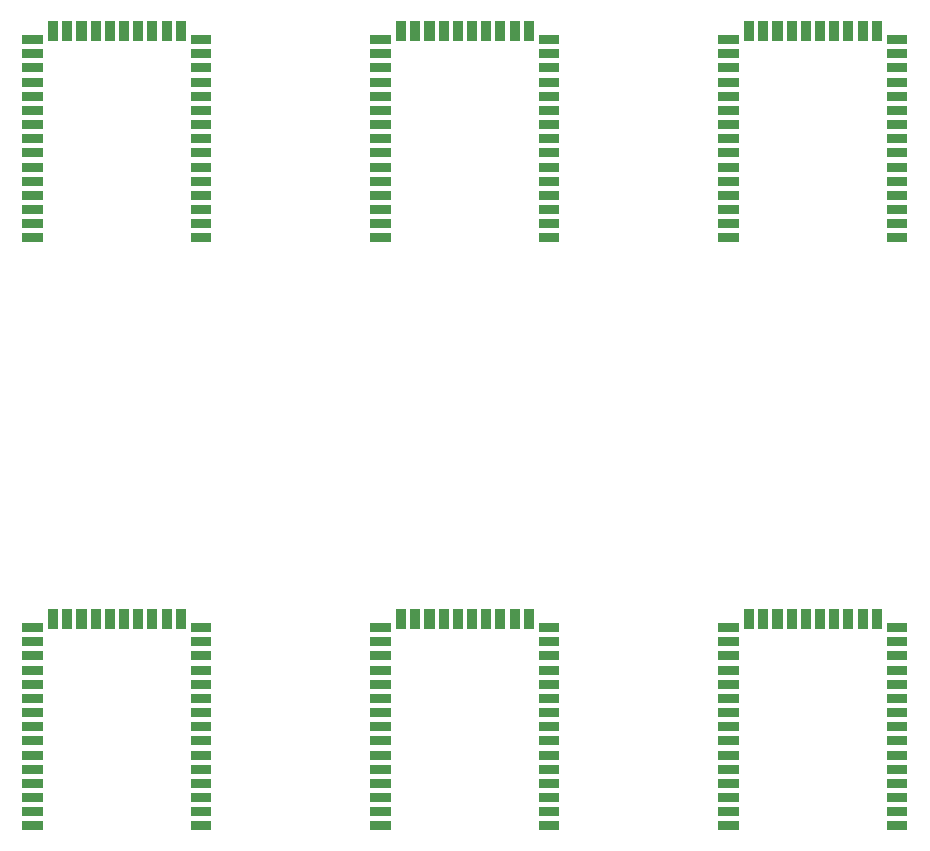
<source format=gbr>
G04 #@! TF.GenerationSoftware,KiCad,Pcbnew,5.0.0-rc2-dev-unknown-ce1bd4c~62~ubuntu16.04.1*
G04 #@! TF.CreationDate,2018-03-08T22:04:42+01:00*
G04 #@! TF.ProjectId,BM23_multi,424D32335F6D756C74692E6B69636164,rev?*
G04 #@! TF.SameCoordinates,Original*
G04 #@! TF.FileFunction,Paste,Bot*
G04 #@! TF.FilePolarity,Positive*
%FSLAX46Y46*%
G04 Gerber Fmt 4.6, Leading zero omitted, Abs format (unit mm)*
G04 Created by KiCad (PCBNEW 5.0.0-rc2-dev-unknown-ce1bd4c~62~ubuntu16.04.1) date Thu Mar  8 22:04:42 2018*
%MOMM*%
%LPD*%
G01*
G04 APERTURE LIST*
%ADD10C,0.850000*%
%ADD11C,0.050000*%
%ADD12C,0.760000*%
G04 APERTURE END LIST*
D10*
X218508000Y-154698000D03*
D11*
G36*
X218083000Y-155548000D02*
X218083000Y-153848000D01*
X218933000Y-153848000D01*
X218933000Y-155548000D01*
X218083000Y-155548000D01*
X218083000Y-155548000D01*
G37*
D10*
X219708000Y-154698000D03*
D11*
G36*
X219283000Y-155548000D02*
X219283000Y-153848000D01*
X220133000Y-153848000D01*
X220133000Y-155548000D01*
X219283000Y-155548000D01*
X219283000Y-155548000D01*
G37*
D10*
X220908000Y-154698000D03*
D11*
G36*
X220483000Y-155548000D02*
X220483000Y-153848000D01*
X221333000Y-153848000D01*
X221333000Y-155548000D01*
X220483000Y-155548000D01*
X220483000Y-155548000D01*
G37*
D10*
X222108000Y-154698000D03*
D11*
G36*
X221683000Y-155548000D02*
X221683000Y-153848000D01*
X222533000Y-153848000D01*
X222533000Y-155548000D01*
X221683000Y-155548000D01*
X221683000Y-155548000D01*
G37*
D10*
X223308000Y-154698000D03*
D11*
G36*
X222883000Y-155548000D02*
X222883000Y-153848000D01*
X223733000Y-153848000D01*
X223733000Y-155548000D01*
X222883000Y-155548000D01*
X222883000Y-155548000D01*
G37*
D10*
X224508000Y-154698000D03*
D11*
G36*
X224083000Y-155548000D02*
X224083000Y-153848000D01*
X224933000Y-153848000D01*
X224933000Y-155548000D01*
X224083000Y-155548000D01*
X224083000Y-155548000D01*
G37*
D10*
X225708000Y-154698000D03*
D11*
G36*
X225283000Y-155548000D02*
X225283000Y-153848000D01*
X226133000Y-153848000D01*
X226133000Y-155548000D01*
X225283000Y-155548000D01*
X225283000Y-155548000D01*
G37*
D10*
X226908000Y-154698000D03*
D11*
G36*
X226483000Y-155548000D02*
X226483000Y-153848000D01*
X227333000Y-153848000D01*
X227333000Y-155548000D01*
X226483000Y-155548000D01*
X226483000Y-155548000D01*
G37*
D10*
X228108000Y-154698000D03*
D11*
G36*
X227683000Y-155548000D02*
X227683000Y-153848000D01*
X228533000Y-153848000D01*
X228533000Y-155548000D01*
X227683000Y-155548000D01*
X227683000Y-155548000D01*
G37*
D12*
X231058000Y-171048000D03*
D11*
G36*
X230208000Y-170668000D02*
X231908000Y-170668000D01*
X231908000Y-171428000D01*
X230208000Y-171428000D01*
X230208000Y-170668000D01*
X230208000Y-170668000D01*
G37*
D12*
X231058000Y-169848000D03*
D11*
G36*
X230208000Y-169468000D02*
X231908000Y-169468000D01*
X231908000Y-170228000D01*
X230208000Y-170228000D01*
X230208000Y-169468000D01*
X230208000Y-169468000D01*
G37*
D12*
X231058000Y-156648000D03*
D11*
G36*
X230208000Y-156268000D02*
X231908000Y-156268000D01*
X231908000Y-157028000D01*
X230208000Y-157028000D01*
X230208000Y-156268000D01*
X230208000Y-156268000D01*
G37*
D12*
X231058000Y-155448000D03*
D11*
G36*
X230208000Y-155068000D02*
X231908000Y-155068000D01*
X231908000Y-155828000D01*
X230208000Y-155828000D01*
X230208000Y-155068000D01*
X230208000Y-155068000D01*
G37*
D12*
X231058000Y-161448000D03*
D11*
G36*
X230208000Y-161068000D02*
X231908000Y-161068000D01*
X231908000Y-161828000D01*
X230208000Y-161828000D01*
X230208000Y-161068000D01*
X230208000Y-161068000D01*
G37*
D12*
X231058000Y-159048000D03*
D11*
G36*
X230208000Y-158668000D02*
X231908000Y-158668000D01*
X231908000Y-159428000D01*
X230208000Y-159428000D01*
X230208000Y-158668000D01*
X230208000Y-158668000D01*
G37*
D12*
X231058000Y-160248000D03*
D11*
G36*
X230208000Y-159868000D02*
X231908000Y-159868000D01*
X231908000Y-160628000D01*
X230208000Y-160628000D01*
X230208000Y-159868000D01*
X230208000Y-159868000D01*
G37*
D12*
X231058000Y-157848000D03*
D11*
G36*
X230208000Y-157468000D02*
X231908000Y-157468000D01*
X231908000Y-158228000D01*
X230208000Y-158228000D01*
X230208000Y-157468000D01*
X230208000Y-157468000D01*
G37*
D12*
X231058000Y-168648000D03*
D11*
G36*
X230208000Y-168268000D02*
X231908000Y-168268000D01*
X231908000Y-169028000D01*
X230208000Y-169028000D01*
X230208000Y-168268000D01*
X230208000Y-168268000D01*
G37*
D12*
X231058000Y-166248000D03*
D11*
G36*
X230208000Y-165868000D02*
X231908000Y-165868000D01*
X231908000Y-166628000D01*
X230208000Y-166628000D01*
X230208000Y-165868000D01*
X230208000Y-165868000D01*
G37*
D12*
X231058000Y-167448000D03*
D11*
G36*
X230208000Y-167068000D02*
X231908000Y-167068000D01*
X231908000Y-167828000D01*
X230208000Y-167828000D01*
X230208000Y-167068000D01*
X230208000Y-167068000D01*
G37*
D12*
X231058000Y-163848000D03*
D11*
G36*
X230208000Y-163468000D02*
X231908000Y-163468000D01*
X231908000Y-164228000D01*
X230208000Y-164228000D01*
X230208000Y-163468000D01*
X230208000Y-163468000D01*
G37*
D12*
X231058000Y-165048000D03*
D11*
G36*
X230208000Y-164668000D02*
X231908000Y-164668000D01*
X231908000Y-165428000D01*
X230208000Y-165428000D01*
X230208000Y-164668000D01*
X230208000Y-164668000D01*
G37*
D12*
X231058000Y-162648000D03*
D11*
G36*
X230208000Y-162268000D02*
X231908000Y-162268000D01*
X231908000Y-163028000D01*
X230208000Y-163028000D01*
X230208000Y-162268000D01*
X230208000Y-162268000D01*
G37*
D12*
X216758000Y-163848000D03*
D11*
G36*
X215908000Y-163468000D02*
X217608000Y-163468000D01*
X217608000Y-164228000D01*
X215908000Y-164228000D01*
X215908000Y-163468000D01*
X215908000Y-163468000D01*
G37*
D12*
X216758000Y-172248000D03*
D11*
G36*
X215908000Y-171868000D02*
X217608000Y-171868000D01*
X217608000Y-172628000D01*
X215908000Y-172628000D01*
X215908000Y-171868000D01*
X215908000Y-171868000D01*
G37*
D12*
X216758000Y-167448000D03*
D11*
G36*
X215908000Y-167068000D02*
X217608000Y-167068000D01*
X217608000Y-167828000D01*
X215908000Y-167828000D01*
X215908000Y-167068000D01*
X215908000Y-167068000D01*
G37*
D12*
X216758000Y-161448000D03*
D11*
G36*
X215908000Y-161068000D02*
X217608000Y-161068000D01*
X217608000Y-161828000D01*
X215908000Y-161828000D01*
X215908000Y-161068000D01*
X215908000Y-161068000D01*
G37*
D12*
X216758000Y-168648000D03*
D11*
G36*
X215908000Y-168268000D02*
X217608000Y-168268000D01*
X217608000Y-169028000D01*
X215908000Y-169028000D01*
X215908000Y-168268000D01*
X215908000Y-168268000D01*
G37*
D12*
X216758000Y-162648000D03*
D11*
G36*
X215908000Y-162268000D02*
X217608000Y-162268000D01*
X217608000Y-163028000D01*
X215908000Y-163028000D01*
X215908000Y-162268000D01*
X215908000Y-162268000D01*
G37*
D12*
X216758000Y-159048000D03*
D11*
G36*
X215908000Y-158668000D02*
X217608000Y-158668000D01*
X217608000Y-159428000D01*
X215908000Y-159428000D01*
X215908000Y-158668000D01*
X215908000Y-158668000D01*
G37*
D12*
X216758000Y-169848000D03*
D11*
G36*
X215908000Y-169468000D02*
X217608000Y-169468000D01*
X217608000Y-170228000D01*
X215908000Y-170228000D01*
X215908000Y-169468000D01*
X215908000Y-169468000D01*
G37*
D12*
X216758000Y-165048000D03*
D11*
G36*
X215908000Y-164668000D02*
X217608000Y-164668000D01*
X217608000Y-165428000D01*
X215908000Y-165428000D01*
X215908000Y-164668000D01*
X215908000Y-164668000D01*
G37*
D12*
X216758000Y-160248000D03*
D11*
G36*
X215908000Y-159868000D02*
X217608000Y-159868000D01*
X217608000Y-160628000D01*
X215908000Y-160628000D01*
X215908000Y-159868000D01*
X215908000Y-159868000D01*
G37*
D12*
X216758000Y-157848000D03*
D11*
G36*
X215908000Y-157468000D02*
X217608000Y-157468000D01*
X217608000Y-158228000D01*
X215908000Y-158228000D01*
X215908000Y-157468000D01*
X215908000Y-157468000D01*
G37*
D12*
X216758000Y-171048000D03*
D11*
G36*
X215908000Y-170668000D02*
X217608000Y-170668000D01*
X217608000Y-171428000D01*
X215908000Y-171428000D01*
X215908000Y-170668000D01*
X215908000Y-170668000D01*
G37*
D12*
X216758000Y-166248000D03*
D11*
G36*
X215908000Y-165868000D02*
X217608000Y-165868000D01*
X217608000Y-166628000D01*
X215908000Y-166628000D01*
X215908000Y-165868000D01*
X215908000Y-165868000D01*
G37*
D12*
X216758000Y-155448000D03*
D11*
G36*
X215908000Y-155068000D02*
X217608000Y-155068000D01*
X217608000Y-155828000D01*
X215908000Y-155828000D01*
X215908000Y-155068000D01*
X215908000Y-155068000D01*
G37*
D12*
X216758000Y-156648000D03*
D11*
G36*
X215908000Y-156268000D02*
X217608000Y-156268000D01*
X217608000Y-157028000D01*
X215908000Y-157028000D01*
X215908000Y-156268000D01*
X215908000Y-156268000D01*
G37*
D10*
X229308000Y-154698000D03*
D11*
G36*
X228883000Y-155548000D02*
X228883000Y-153848000D01*
X229733000Y-153848000D01*
X229733000Y-155548000D01*
X228883000Y-155548000D01*
X228883000Y-155548000D01*
G37*
D12*
X231058000Y-172248000D03*
D11*
G36*
X230208000Y-171868000D02*
X231908000Y-171868000D01*
X231908000Y-172628000D01*
X230208000Y-172628000D01*
X230208000Y-171868000D01*
X230208000Y-171868000D01*
G37*
D10*
X189044000Y-154698000D03*
D11*
G36*
X188619000Y-155548000D02*
X188619000Y-153848000D01*
X189469000Y-153848000D01*
X189469000Y-155548000D01*
X188619000Y-155548000D01*
X188619000Y-155548000D01*
G37*
D10*
X190244000Y-154698000D03*
D11*
G36*
X189819000Y-155548000D02*
X189819000Y-153848000D01*
X190669000Y-153848000D01*
X190669000Y-155548000D01*
X189819000Y-155548000D01*
X189819000Y-155548000D01*
G37*
D10*
X191444000Y-154698000D03*
D11*
G36*
X191019000Y-155548000D02*
X191019000Y-153848000D01*
X191869000Y-153848000D01*
X191869000Y-155548000D01*
X191019000Y-155548000D01*
X191019000Y-155548000D01*
G37*
D10*
X192644000Y-154698000D03*
D11*
G36*
X192219000Y-155548000D02*
X192219000Y-153848000D01*
X193069000Y-153848000D01*
X193069000Y-155548000D01*
X192219000Y-155548000D01*
X192219000Y-155548000D01*
G37*
D10*
X193844000Y-154698000D03*
D11*
G36*
X193419000Y-155548000D02*
X193419000Y-153848000D01*
X194269000Y-153848000D01*
X194269000Y-155548000D01*
X193419000Y-155548000D01*
X193419000Y-155548000D01*
G37*
D10*
X195044000Y-154698000D03*
D11*
G36*
X194619000Y-155548000D02*
X194619000Y-153848000D01*
X195469000Y-153848000D01*
X195469000Y-155548000D01*
X194619000Y-155548000D01*
X194619000Y-155548000D01*
G37*
D10*
X196244000Y-154698000D03*
D11*
G36*
X195819000Y-155548000D02*
X195819000Y-153848000D01*
X196669000Y-153848000D01*
X196669000Y-155548000D01*
X195819000Y-155548000D01*
X195819000Y-155548000D01*
G37*
D10*
X197444000Y-154698000D03*
D11*
G36*
X197019000Y-155548000D02*
X197019000Y-153848000D01*
X197869000Y-153848000D01*
X197869000Y-155548000D01*
X197019000Y-155548000D01*
X197019000Y-155548000D01*
G37*
D10*
X198644000Y-154698000D03*
D11*
G36*
X198219000Y-155548000D02*
X198219000Y-153848000D01*
X199069000Y-153848000D01*
X199069000Y-155548000D01*
X198219000Y-155548000D01*
X198219000Y-155548000D01*
G37*
D12*
X201594000Y-171048000D03*
D11*
G36*
X200744000Y-170668000D02*
X202444000Y-170668000D01*
X202444000Y-171428000D01*
X200744000Y-171428000D01*
X200744000Y-170668000D01*
X200744000Y-170668000D01*
G37*
D12*
X201594000Y-169848000D03*
D11*
G36*
X200744000Y-169468000D02*
X202444000Y-169468000D01*
X202444000Y-170228000D01*
X200744000Y-170228000D01*
X200744000Y-169468000D01*
X200744000Y-169468000D01*
G37*
D12*
X201594000Y-156648000D03*
D11*
G36*
X200744000Y-156268000D02*
X202444000Y-156268000D01*
X202444000Y-157028000D01*
X200744000Y-157028000D01*
X200744000Y-156268000D01*
X200744000Y-156268000D01*
G37*
D12*
X201594000Y-155448000D03*
D11*
G36*
X200744000Y-155068000D02*
X202444000Y-155068000D01*
X202444000Y-155828000D01*
X200744000Y-155828000D01*
X200744000Y-155068000D01*
X200744000Y-155068000D01*
G37*
D12*
X201594000Y-161448000D03*
D11*
G36*
X200744000Y-161068000D02*
X202444000Y-161068000D01*
X202444000Y-161828000D01*
X200744000Y-161828000D01*
X200744000Y-161068000D01*
X200744000Y-161068000D01*
G37*
D12*
X201594000Y-159048000D03*
D11*
G36*
X200744000Y-158668000D02*
X202444000Y-158668000D01*
X202444000Y-159428000D01*
X200744000Y-159428000D01*
X200744000Y-158668000D01*
X200744000Y-158668000D01*
G37*
D12*
X201594000Y-160248000D03*
D11*
G36*
X200744000Y-159868000D02*
X202444000Y-159868000D01*
X202444000Y-160628000D01*
X200744000Y-160628000D01*
X200744000Y-159868000D01*
X200744000Y-159868000D01*
G37*
D12*
X201594000Y-157848000D03*
D11*
G36*
X200744000Y-157468000D02*
X202444000Y-157468000D01*
X202444000Y-158228000D01*
X200744000Y-158228000D01*
X200744000Y-157468000D01*
X200744000Y-157468000D01*
G37*
D12*
X201594000Y-168648000D03*
D11*
G36*
X200744000Y-168268000D02*
X202444000Y-168268000D01*
X202444000Y-169028000D01*
X200744000Y-169028000D01*
X200744000Y-168268000D01*
X200744000Y-168268000D01*
G37*
D12*
X201594000Y-166248000D03*
D11*
G36*
X200744000Y-165868000D02*
X202444000Y-165868000D01*
X202444000Y-166628000D01*
X200744000Y-166628000D01*
X200744000Y-165868000D01*
X200744000Y-165868000D01*
G37*
D12*
X201594000Y-167448000D03*
D11*
G36*
X200744000Y-167068000D02*
X202444000Y-167068000D01*
X202444000Y-167828000D01*
X200744000Y-167828000D01*
X200744000Y-167068000D01*
X200744000Y-167068000D01*
G37*
D12*
X201594000Y-163848000D03*
D11*
G36*
X200744000Y-163468000D02*
X202444000Y-163468000D01*
X202444000Y-164228000D01*
X200744000Y-164228000D01*
X200744000Y-163468000D01*
X200744000Y-163468000D01*
G37*
D12*
X201594000Y-165048000D03*
D11*
G36*
X200744000Y-164668000D02*
X202444000Y-164668000D01*
X202444000Y-165428000D01*
X200744000Y-165428000D01*
X200744000Y-164668000D01*
X200744000Y-164668000D01*
G37*
D12*
X201594000Y-162648000D03*
D11*
G36*
X200744000Y-162268000D02*
X202444000Y-162268000D01*
X202444000Y-163028000D01*
X200744000Y-163028000D01*
X200744000Y-162268000D01*
X200744000Y-162268000D01*
G37*
D12*
X187294000Y-163848000D03*
D11*
G36*
X186444000Y-163468000D02*
X188144000Y-163468000D01*
X188144000Y-164228000D01*
X186444000Y-164228000D01*
X186444000Y-163468000D01*
X186444000Y-163468000D01*
G37*
D12*
X187294000Y-172248000D03*
D11*
G36*
X186444000Y-171868000D02*
X188144000Y-171868000D01*
X188144000Y-172628000D01*
X186444000Y-172628000D01*
X186444000Y-171868000D01*
X186444000Y-171868000D01*
G37*
D12*
X187294000Y-167448000D03*
D11*
G36*
X186444000Y-167068000D02*
X188144000Y-167068000D01*
X188144000Y-167828000D01*
X186444000Y-167828000D01*
X186444000Y-167068000D01*
X186444000Y-167068000D01*
G37*
D12*
X187294000Y-161448000D03*
D11*
G36*
X186444000Y-161068000D02*
X188144000Y-161068000D01*
X188144000Y-161828000D01*
X186444000Y-161828000D01*
X186444000Y-161068000D01*
X186444000Y-161068000D01*
G37*
D12*
X187294000Y-168648000D03*
D11*
G36*
X186444000Y-168268000D02*
X188144000Y-168268000D01*
X188144000Y-169028000D01*
X186444000Y-169028000D01*
X186444000Y-168268000D01*
X186444000Y-168268000D01*
G37*
D12*
X187294000Y-162648000D03*
D11*
G36*
X186444000Y-162268000D02*
X188144000Y-162268000D01*
X188144000Y-163028000D01*
X186444000Y-163028000D01*
X186444000Y-162268000D01*
X186444000Y-162268000D01*
G37*
D12*
X187294000Y-159048000D03*
D11*
G36*
X186444000Y-158668000D02*
X188144000Y-158668000D01*
X188144000Y-159428000D01*
X186444000Y-159428000D01*
X186444000Y-158668000D01*
X186444000Y-158668000D01*
G37*
D12*
X187294000Y-169848000D03*
D11*
G36*
X186444000Y-169468000D02*
X188144000Y-169468000D01*
X188144000Y-170228000D01*
X186444000Y-170228000D01*
X186444000Y-169468000D01*
X186444000Y-169468000D01*
G37*
D12*
X187294000Y-165048000D03*
D11*
G36*
X186444000Y-164668000D02*
X188144000Y-164668000D01*
X188144000Y-165428000D01*
X186444000Y-165428000D01*
X186444000Y-164668000D01*
X186444000Y-164668000D01*
G37*
D12*
X187294000Y-160248000D03*
D11*
G36*
X186444000Y-159868000D02*
X188144000Y-159868000D01*
X188144000Y-160628000D01*
X186444000Y-160628000D01*
X186444000Y-159868000D01*
X186444000Y-159868000D01*
G37*
D12*
X187294000Y-157848000D03*
D11*
G36*
X186444000Y-157468000D02*
X188144000Y-157468000D01*
X188144000Y-158228000D01*
X186444000Y-158228000D01*
X186444000Y-157468000D01*
X186444000Y-157468000D01*
G37*
D12*
X187294000Y-171048000D03*
D11*
G36*
X186444000Y-170668000D02*
X188144000Y-170668000D01*
X188144000Y-171428000D01*
X186444000Y-171428000D01*
X186444000Y-170668000D01*
X186444000Y-170668000D01*
G37*
D12*
X187294000Y-166248000D03*
D11*
G36*
X186444000Y-165868000D02*
X188144000Y-165868000D01*
X188144000Y-166628000D01*
X186444000Y-166628000D01*
X186444000Y-165868000D01*
X186444000Y-165868000D01*
G37*
D12*
X187294000Y-155448000D03*
D11*
G36*
X186444000Y-155068000D02*
X188144000Y-155068000D01*
X188144000Y-155828000D01*
X186444000Y-155828000D01*
X186444000Y-155068000D01*
X186444000Y-155068000D01*
G37*
D12*
X187294000Y-156648000D03*
D11*
G36*
X186444000Y-156268000D02*
X188144000Y-156268000D01*
X188144000Y-157028000D01*
X186444000Y-157028000D01*
X186444000Y-156268000D01*
X186444000Y-156268000D01*
G37*
D10*
X199844000Y-154698000D03*
D11*
G36*
X199419000Y-155548000D02*
X199419000Y-153848000D01*
X200269000Y-153848000D01*
X200269000Y-155548000D01*
X199419000Y-155548000D01*
X199419000Y-155548000D01*
G37*
D12*
X201594000Y-172248000D03*
D11*
G36*
X200744000Y-171868000D02*
X202444000Y-171868000D01*
X202444000Y-172628000D01*
X200744000Y-172628000D01*
X200744000Y-171868000D01*
X200744000Y-171868000D01*
G37*
D10*
X159580000Y-154698000D03*
D11*
G36*
X159155000Y-155548000D02*
X159155000Y-153848000D01*
X160005000Y-153848000D01*
X160005000Y-155548000D01*
X159155000Y-155548000D01*
X159155000Y-155548000D01*
G37*
D10*
X160780000Y-154698000D03*
D11*
G36*
X160355000Y-155548000D02*
X160355000Y-153848000D01*
X161205000Y-153848000D01*
X161205000Y-155548000D01*
X160355000Y-155548000D01*
X160355000Y-155548000D01*
G37*
D10*
X161980000Y-154698000D03*
D11*
G36*
X161555000Y-155548000D02*
X161555000Y-153848000D01*
X162405000Y-153848000D01*
X162405000Y-155548000D01*
X161555000Y-155548000D01*
X161555000Y-155548000D01*
G37*
D10*
X163180000Y-154698000D03*
D11*
G36*
X162755000Y-155548000D02*
X162755000Y-153848000D01*
X163605000Y-153848000D01*
X163605000Y-155548000D01*
X162755000Y-155548000D01*
X162755000Y-155548000D01*
G37*
D10*
X164380000Y-154698000D03*
D11*
G36*
X163955000Y-155548000D02*
X163955000Y-153848000D01*
X164805000Y-153848000D01*
X164805000Y-155548000D01*
X163955000Y-155548000D01*
X163955000Y-155548000D01*
G37*
D10*
X165580000Y-154698000D03*
D11*
G36*
X165155000Y-155548000D02*
X165155000Y-153848000D01*
X166005000Y-153848000D01*
X166005000Y-155548000D01*
X165155000Y-155548000D01*
X165155000Y-155548000D01*
G37*
D10*
X166780000Y-154698000D03*
D11*
G36*
X166355000Y-155548000D02*
X166355000Y-153848000D01*
X167205000Y-153848000D01*
X167205000Y-155548000D01*
X166355000Y-155548000D01*
X166355000Y-155548000D01*
G37*
D10*
X167980000Y-154698000D03*
D11*
G36*
X167555000Y-155548000D02*
X167555000Y-153848000D01*
X168405000Y-153848000D01*
X168405000Y-155548000D01*
X167555000Y-155548000D01*
X167555000Y-155548000D01*
G37*
D10*
X169180000Y-154698000D03*
D11*
G36*
X168755000Y-155548000D02*
X168755000Y-153848000D01*
X169605000Y-153848000D01*
X169605000Y-155548000D01*
X168755000Y-155548000D01*
X168755000Y-155548000D01*
G37*
D12*
X172130000Y-171048000D03*
D11*
G36*
X171280000Y-170668000D02*
X172980000Y-170668000D01*
X172980000Y-171428000D01*
X171280000Y-171428000D01*
X171280000Y-170668000D01*
X171280000Y-170668000D01*
G37*
D12*
X172130000Y-169848000D03*
D11*
G36*
X171280000Y-169468000D02*
X172980000Y-169468000D01*
X172980000Y-170228000D01*
X171280000Y-170228000D01*
X171280000Y-169468000D01*
X171280000Y-169468000D01*
G37*
D12*
X172130000Y-156648000D03*
D11*
G36*
X171280000Y-156268000D02*
X172980000Y-156268000D01*
X172980000Y-157028000D01*
X171280000Y-157028000D01*
X171280000Y-156268000D01*
X171280000Y-156268000D01*
G37*
D12*
X172130000Y-155448000D03*
D11*
G36*
X171280000Y-155068000D02*
X172980000Y-155068000D01*
X172980000Y-155828000D01*
X171280000Y-155828000D01*
X171280000Y-155068000D01*
X171280000Y-155068000D01*
G37*
D12*
X172130000Y-161448000D03*
D11*
G36*
X171280000Y-161068000D02*
X172980000Y-161068000D01*
X172980000Y-161828000D01*
X171280000Y-161828000D01*
X171280000Y-161068000D01*
X171280000Y-161068000D01*
G37*
D12*
X172130000Y-159048000D03*
D11*
G36*
X171280000Y-158668000D02*
X172980000Y-158668000D01*
X172980000Y-159428000D01*
X171280000Y-159428000D01*
X171280000Y-158668000D01*
X171280000Y-158668000D01*
G37*
D12*
X172130000Y-160248000D03*
D11*
G36*
X171280000Y-159868000D02*
X172980000Y-159868000D01*
X172980000Y-160628000D01*
X171280000Y-160628000D01*
X171280000Y-159868000D01*
X171280000Y-159868000D01*
G37*
D12*
X172130000Y-157848000D03*
D11*
G36*
X171280000Y-157468000D02*
X172980000Y-157468000D01*
X172980000Y-158228000D01*
X171280000Y-158228000D01*
X171280000Y-157468000D01*
X171280000Y-157468000D01*
G37*
D12*
X172130000Y-168648000D03*
D11*
G36*
X171280000Y-168268000D02*
X172980000Y-168268000D01*
X172980000Y-169028000D01*
X171280000Y-169028000D01*
X171280000Y-168268000D01*
X171280000Y-168268000D01*
G37*
D12*
X172130000Y-166248000D03*
D11*
G36*
X171280000Y-165868000D02*
X172980000Y-165868000D01*
X172980000Y-166628000D01*
X171280000Y-166628000D01*
X171280000Y-165868000D01*
X171280000Y-165868000D01*
G37*
D12*
X172130000Y-167448000D03*
D11*
G36*
X171280000Y-167068000D02*
X172980000Y-167068000D01*
X172980000Y-167828000D01*
X171280000Y-167828000D01*
X171280000Y-167068000D01*
X171280000Y-167068000D01*
G37*
D12*
X172130000Y-163848000D03*
D11*
G36*
X171280000Y-163468000D02*
X172980000Y-163468000D01*
X172980000Y-164228000D01*
X171280000Y-164228000D01*
X171280000Y-163468000D01*
X171280000Y-163468000D01*
G37*
D12*
X172130000Y-165048000D03*
D11*
G36*
X171280000Y-164668000D02*
X172980000Y-164668000D01*
X172980000Y-165428000D01*
X171280000Y-165428000D01*
X171280000Y-164668000D01*
X171280000Y-164668000D01*
G37*
D12*
X172130000Y-162648000D03*
D11*
G36*
X171280000Y-162268000D02*
X172980000Y-162268000D01*
X172980000Y-163028000D01*
X171280000Y-163028000D01*
X171280000Y-162268000D01*
X171280000Y-162268000D01*
G37*
D12*
X157830000Y-163848000D03*
D11*
G36*
X156980000Y-163468000D02*
X158680000Y-163468000D01*
X158680000Y-164228000D01*
X156980000Y-164228000D01*
X156980000Y-163468000D01*
X156980000Y-163468000D01*
G37*
D12*
X157830000Y-172248000D03*
D11*
G36*
X156980000Y-171868000D02*
X158680000Y-171868000D01*
X158680000Y-172628000D01*
X156980000Y-172628000D01*
X156980000Y-171868000D01*
X156980000Y-171868000D01*
G37*
D12*
X157830000Y-167448000D03*
D11*
G36*
X156980000Y-167068000D02*
X158680000Y-167068000D01*
X158680000Y-167828000D01*
X156980000Y-167828000D01*
X156980000Y-167068000D01*
X156980000Y-167068000D01*
G37*
D12*
X157830000Y-161448000D03*
D11*
G36*
X156980000Y-161068000D02*
X158680000Y-161068000D01*
X158680000Y-161828000D01*
X156980000Y-161828000D01*
X156980000Y-161068000D01*
X156980000Y-161068000D01*
G37*
D12*
X157830000Y-168648000D03*
D11*
G36*
X156980000Y-168268000D02*
X158680000Y-168268000D01*
X158680000Y-169028000D01*
X156980000Y-169028000D01*
X156980000Y-168268000D01*
X156980000Y-168268000D01*
G37*
D12*
X157830000Y-162648000D03*
D11*
G36*
X156980000Y-162268000D02*
X158680000Y-162268000D01*
X158680000Y-163028000D01*
X156980000Y-163028000D01*
X156980000Y-162268000D01*
X156980000Y-162268000D01*
G37*
D12*
X157830000Y-159048000D03*
D11*
G36*
X156980000Y-158668000D02*
X158680000Y-158668000D01*
X158680000Y-159428000D01*
X156980000Y-159428000D01*
X156980000Y-158668000D01*
X156980000Y-158668000D01*
G37*
D12*
X157830000Y-169848000D03*
D11*
G36*
X156980000Y-169468000D02*
X158680000Y-169468000D01*
X158680000Y-170228000D01*
X156980000Y-170228000D01*
X156980000Y-169468000D01*
X156980000Y-169468000D01*
G37*
D12*
X157830000Y-165048000D03*
D11*
G36*
X156980000Y-164668000D02*
X158680000Y-164668000D01*
X158680000Y-165428000D01*
X156980000Y-165428000D01*
X156980000Y-164668000D01*
X156980000Y-164668000D01*
G37*
D12*
X157830000Y-160248000D03*
D11*
G36*
X156980000Y-159868000D02*
X158680000Y-159868000D01*
X158680000Y-160628000D01*
X156980000Y-160628000D01*
X156980000Y-159868000D01*
X156980000Y-159868000D01*
G37*
D12*
X157830000Y-157848000D03*
D11*
G36*
X156980000Y-157468000D02*
X158680000Y-157468000D01*
X158680000Y-158228000D01*
X156980000Y-158228000D01*
X156980000Y-157468000D01*
X156980000Y-157468000D01*
G37*
D12*
X157830000Y-171048000D03*
D11*
G36*
X156980000Y-170668000D02*
X158680000Y-170668000D01*
X158680000Y-171428000D01*
X156980000Y-171428000D01*
X156980000Y-170668000D01*
X156980000Y-170668000D01*
G37*
D12*
X157830000Y-166248000D03*
D11*
G36*
X156980000Y-165868000D02*
X158680000Y-165868000D01*
X158680000Y-166628000D01*
X156980000Y-166628000D01*
X156980000Y-165868000D01*
X156980000Y-165868000D01*
G37*
D12*
X157830000Y-155448000D03*
D11*
G36*
X156980000Y-155068000D02*
X158680000Y-155068000D01*
X158680000Y-155828000D01*
X156980000Y-155828000D01*
X156980000Y-155068000D01*
X156980000Y-155068000D01*
G37*
D12*
X157830000Y-156648000D03*
D11*
G36*
X156980000Y-156268000D02*
X158680000Y-156268000D01*
X158680000Y-157028000D01*
X156980000Y-157028000D01*
X156980000Y-156268000D01*
X156980000Y-156268000D01*
G37*
D10*
X170380000Y-154698000D03*
D11*
G36*
X169955000Y-155548000D02*
X169955000Y-153848000D01*
X170805000Y-153848000D01*
X170805000Y-155548000D01*
X169955000Y-155548000D01*
X169955000Y-155548000D01*
G37*
D12*
X172130000Y-172248000D03*
D11*
G36*
X171280000Y-171868000D02*
X172980000Y-171868000D01*
X172980000Y-172628000D01*
X171280000Y-172628000D01*
X171280000Y-171868000D01*
X171280000Y-171868000D01*
G37*
D10*
X218508000Y-104914000D03*
D11*
G36*
X218083000Y-105764000D02*
X218083000Y-104064000D01*
X218933000Y-104064000D01*
X218933000Y-105764000D01*
X218083000Y-105764000D01*
X218083000Y-105764000D01*
G37*
D10*
X219708000Y-104914000D03*
D11*
G36*
X219283000Y-105764000D02*
X219283000Y-104064000D01*
X220133000Y-104064000D01*
X220133000Y-105764000D01*
X219283000Y-105764000D01*
X219283000Y-105764000D01*
G37*
D10*
X220908000Y-104914000D03*
D11*
G36*
X220483000Y-105764000D02*
X220483000Y-104064000D01*
X221333000Y-104064000D01*
X221333000Y-105764000D01*
X220483000Y-105764000D01*
X220483000Y-105764000D01*
G37*
D10*
X222108000Y-104914000D03*
D11*
G36*
X221683000Y-105764000D02*
X221683000Y-104064000D01*
X222533000Y-104064000D01*
X222533000Y-105764000D01*
X221683000Y-105764000D01*
X221683000Y-105764000D01*
G37*
D10*
X223308000Y-104914000D03*
D11*
G36*
X222883000Y-105764000D02*
X222883000Y-104064000D01*
X223733000Y-104064000D01*
X223733000Y-105764000D01*
X222883000Y-105764000D01*
X222883000Y-105764000D01*
G37*
D10*
X224508000Y-104914000D03*
D11*
G36*
X224083000Y-105764000D02*
X224083000Y-104064000D01*
X224933000Y-104064000D01*
X224933000Y-105764000D01*
X224083000Y-105764000D01*
X224083000Y-105764000D01*
G37*
D10*
X225708000Y-104914000D03*
D11*
G36*
X225283000Y-105764000D02*
X225283000Y-104064000D01*
X226133000Y-104064000D01*
X226133000Y-105764000D01*
X225283000Y-105764000D01*
X225283000Y-105764000D01*
G37*
D10*
X226908000Y-104914000D03*
D11*
G36*
X226483000Y-105764000D02*
X226483000Y-104064000D01*
X227333000Y-104064000D01*
X227333000Y-105764000D01*
X226483000Y-105764000D01*
X226483000Y-105764000D01*
G37*
D10*
X228108000Y-104914000D03*
D11*
G36*
X227683000Y-105764000D02*
X227683000Y-104064000D01*
X228533000Y-104064000D01*
X228533000Y-105764000D01*
X227683000Y-105764000D01*
X227683000Y-105764000D01*
G37*
D12*
X231058000Y-121264000D03*
D11*
G36*
X230208000Y-120884000D02*
X231908000Y-120884000D01*
X231908000Y-121644000D01*
X230208000Y-121644000D01*
X230208000Y-120884000D01*
X230208000Y-120884000D01*
G37*
D12*
X231058000Y-120064000D03*
D11*
G36*
X230208000Y-119684000D02*
X231908000Y-119684000D01*
X231908000Y-120444000D01*
X230208000Y-120444000D01*
X230208000Y-119684000D01*
X230208000Y-119684000D01*
G37*
D12*
X231058000Y-106864000D03*
D11*
G36*
X230208000Y-106484000D02*
X231908000Y-106484000D01*
X231908000Y-107244000D01*
X230208000Y-107244000D01*
X230208000Y-106484000D01*
X230208000Y-106484000D01*
G37*
D12*
X231058000Y-105664000D03*
D11*
G36*
X230208000Y-105284000D02*
X231908000Y-105284000D01*
X231908000Y-106044000D01*
X230208000Y-106044000D01*
X230208000Y-105284000D01*
X230208000Y-105284000D01*
G37*
D12*
X231058000Y-111664000D03*
D11*
G36*
X230208000Y-111284000D02*
X231908000Y-111284000D01*
X231908000Y-112044000D01*
X230208000Y-112044000D01*
X230208000Y-111284000D01*
X230208000Y-111284000D01*
G37*
D12*
X231058000Y-109264000D03*
D11*
G36*
X230208000Y-108884000D02*
X231908000Y-108884000D01*
X231908000Y-109644000D01*
X230208000Y-109644000D01*
X230208000Y-108884000D01*
X230208000Y-108884000D01*
G37*
D12*
X231058000Y-110464000D03*
D11*
G36*
X230208000Y-110084000D02*
X231908000Y-110084000D01*
X231908000Y-110844000D01*
X230208000Y-110844000D01*
X230208000Y-110084000D01*
X230208000Y-110084000D01*
G37*
D12*
X231058000Y-108064000D03*
D11*
G36*
X230208000Y-107684000D02*
X231908000Y-107684000D01*
X231908000Y-108444000D01*
X230208000Y-108444000D01*
X230208000Y-107684000D01*
X230208000Y-107684000D01*
G37*
D12*
X231058000Y-118864000D03*
D11*
G36*
X230208000Y-118484000D02*
X231908000Y-118484000D01*
X231908000Y-119244000D01*
X230208000Y-119244000D01*
X230208000Y-118484000D01*
X230208000Y-118484000D01*
G37*
D12*
X231058000Y-116464000D03*
D11*
G36*
X230208000Y-116084000D02*
X231908000Y-116084000D01*
X231908000Y-116844000D01*
X230208000Y-116844000D01*
X230208000Y-116084000D01*
X230208000Y-116084000D01*
G37*
D12*
X231058000Y-117664000D03*
D11*
G36*
X230208000Y-117284000D02*
X231908000Y-117284000D01*
X231908000Y-118044000D01*
X230208000Y-118044000D01*
X230208000Y-117284000D01*
X230208000Y-117284000D01*
G37*
D12*
X231058000Y-114064000D03*
D11*
G36*
X230208000Y-113684000D02*
X231908000Y-113684000D01*
X231908000Y-114444000D01*
X230208000Y-114444000D01*
X230208000Y-113684000D01*
X230208000Y-113684000D01*
G37*
D12*
X231058000Y-115264000D03*
D11*
G36*
X230208000Y-114884000D02*
X231908000Y-114884000D01*
X231908000Y-115644000D01*
X230208000Y-115644000D01*
X230208000Y-114884000D01*
X230208000Y-114884000D01*
G37*
D12*
X231058000Y-112864000D03*
D11*
G36*
X230208000Y-112484000D02*
X231908000Y-112484000D01*
X231908000Y-113244000D01*
X230208000Y-113244000D01*
X230208000Y-112484000D01*
X230208000Y-112484000D01*
G37*
D12*
X216758000Y-114064000D03*
D11*
G36*
X215908000Y-113684000D02*
X217608000Y-113684000D01*
X217608000Y-114444000D01*
X215908000Y-114444000D01*
X215908000Y-113684000D01*
X215908000Y-113684000D01*
G37*
D12*
X216758000Y-122464000D03*
D11*
G36*
X215908000Y-122084000D02*
X217608000Y-122084000D01*
X217608000Y-122844000D01*
X215908000Y-122844000D01*
X215908000Y-122084000D01*
X215908000Y-122084000D01*
G37*
D12*
X216758000Y-117664000D03*
D11*
G36*
X215908000Y-117284000D02*
X217608000Y-117284000D01*
X217608000Y-118044000D01*
X215908000Y-118044000D01*
X215908000Y-117284000D01*
X215908000Y-117284000D01*
G37*
D12*
X216758000Y-111664000D03*
D11*
G36*
X215908000Y-111284000D02*
X217608000Y-111284000D01*
X217608000Y-112044000D01*
X215908000Y-112044000D01*
X215908000Y-111284000D01*
X215908000Y-111284000D01*
G37*
D12*
X216758000Y-118864000D03*
D11*
G36*
X215908000Y-118484000D02*
X217608000Y-118484000D01*
X217608000Y-119244000D01*
X215908000Y-119244000D01*
X215908000Y-118484000D01*
X215908000Y-118484000D01*
G37*
D12*
X216758000Y-112864000D03*
D11*
G36*
X215908000Y-112484000D02*
X217608000Y-112484000D01*
X217608000Y-113244000D01*
X215908000Y-113244000D01*
X215908000Y-112484000D01*
X215908000Y-112484000D01*
G37*
D12*
X216758000Y-109264000D03*
D11*
G36*
X215908000Y-108884000D02*
X217608000Y-108884000D01*
X217608000Y-109644000D01*
X215908000Y-109644000D01*
X215908000Y-108884000D01*
X215908000Y-108884000D01*
G37*
D12*
X216758000Y-120064000D03*
D11*
G36*
X215908000Y-119684000D02*
X217608000Y-119684000D01*
X217608000Y-120444000D01*
X215908000Y-120444000D01*
X215908000Y-119684000D01*
X215908000Y-119684000D01*
G37*
D12*
X216758000Y-115264000D03*
D11*
G36*
X215908000Y-114884000D02*
X217608000Y-114884000D01*
X217608000Y-115644000D01*
X215908000Y-115644000D01*
X215908000Y-114884000D01*
X215908000Y-114884000D01*
G37*
D12*
X216758000Y-110464000D03*
D11*
G36*
X215908000Y-110084000D02*
X217608000Y-110084000D01*
X217608000Y-110844000D01*
X215908000Y-110844000D01*
X215908000Y-110084000D01*
X215908000Y-110084000D01*
G37*
D12*
X216758000Y-108064000D03*
D11*
G36*
X215908000Y-107684000D02*
X217608000Y-107684000D01*
X217608000Y-108444000D01*
X215908000Y-108444000D01*
X215908000Y-107684000D01*
X215908000Y-107684000D01*
G37*
D12*
X216758000Y-121264000D03*
D11*
G36*
X215908000Y-120884000D02*
X217608000Y-120884000D01*
X217608000Y-121644000D01*
X215908000Y-121644000D01*
X215908000Y-120884000D01*
X215908000Y-120884000D01*
G37*
D12*
X216758000Y-116464000D03*
D11*
G36*
X215908000Y-116084000D02*
X217608000Y-116084000D01*
X217608000Y-116844000D01*
X215908000Y-116844000D01*
X215908000Y-116084000D01*
X215908000Y-116084000D01*
G37*
D12*
X216758000Y-105664000D03*
D11*
G36*
X215908000Y-105284000D02*
X217608000Y-105284000D01*
X217608000Y-106044000D01*
X215908000Y-106044000D01*
X215908000Y-105284000D01*
X215908000Y-105284000D01*
G37*
D12*
X216758000Y-106864000D03*
D11*
G36*
X215908000Y-106484000D02*
X217608000Y-106484000D01*
X217608000Y-107244000D01*
X215908000Y-107244000D01*
X215908000Y-106484000D01*
X215908000Y-106484000D01*
G37*
D10*
X229308000Y-104914000D03*
D11*
G36*
X228883000Y-105764000D02*
X228883000Y-104064000D01*
X229733000Y-104064000D01*
X229733000Y-105764000D01*
X228883000Y-105764000D01*
X228883000Y-105764000D01*
G37*
D12*
X231058000Y-122464000D03*
D11*
G36*
X230208000Y-122084000D02*
X231908000Y-122084000D01*
X231908000Y-122844000D01*
X230208000Y-122844000D01*
X230208000Y-122084000D01*
X230208000Y-122084000D01*
G37*
D10*
X189044000Y-104914000D03*
D11*
G36*
X188619000Y-105764000D02*
X188619000Y-104064000D01*
X189469000Y-104064000D01*
X189469000Y-105764000D01*
X188619000Y-105764000D01*
X188619000Y-105764000D01*
G37*
D10*
X190244000Y-104914000D03*
D11*
G36*
X189819000Y-105764000D02*
X189819000Y-104064000D01*
X190669000Y-104064000D01*
X190669000Y-105764000D01*
X189819000Y-105764000D01*
X189819000Y-105764000D01*
G37*
D10*
X191444000Y-104914000D03*
D11*
G36*
X191019000Y-105764000D02*
X191019000Y-104064000D01*
X191869000Y-104064000D01*
X191869000Y-105764000D01*
X191019000Y-105764000D01*
X191019000Y-105764000D01*
G37*
D10*
X192644000Y-104914000D03*
D11*
G36*
X192219000Y-105764000D02*
X192219000Y-104064000D01*
X193069000Y-104064000D01*
X193069000Y-105764000D01*
X192219000Y-105764000D01*
X192219000Y-105764000D01*
G37*
D10*
X193844000Y-104914000D03*
D11*
G36*
X193419000Y-105764000D02*
X193419000Y-104064000D01*
X194269000Y-104064000D01*
X194269000Y-105764000D01*
X193419000Y-105764000D01*
X193419000Y-105764000D01*
G37*
D10*
X195044000Y-104914000D03*
D11*
G36*
X194619000Y-105764000D02*
X194619000Y-104064000D01*
X195469000Y-104064000D01*
X195469000Y-105764000D01*
X194619000Y-105764000D01*
X194619000Y-105764000D01*
G37*
D10*
X196244000Y-104914000D03*
D11*
G36*
X195819000Y-105764000D02*
X195819000Y-104064000D01*
X196669000Y-104064000D01*
X196669000Y-105764000D01*
X195819000Y-105764000D01*
X195819000Y-105764000D01*
G37*
D10*
X197444000Y-104914000D03*
D11*
G36*
X197019000Y-105764000D02*
X197019000Y-104064000D01*
X197869000Y-104064000D01*
X197869000Y-105764000D01*
X197019000Y-105764000D01*
X197019000Y-105764000D01*
G37*
D10*
X198644000Y-104914000D03*
D11*
G36*
X198219000Y-105764000D02*
X198219000Y-104064000D01*
X199069000Y-104064000D01*
X199069000Y-105764000D01*
X198219000Y-105764000D01*
X198219000Y-105764000D01*
G37*
D12*
X201594000Y-121264000D03*
D11*
G36*
X200744000Y-120884000D02*
X202444000Y-120884000D01*
X202444000Y-121644000D01*
X200744000Y-121644000D01*
X200744000Y-120884000D01*
X200744000Y-120884000D01*
G37*
D12*
X201594000Y-120064000D03*
D11*
G36*
X200744000Y-119684000D02*
X202444000Y-119684000D01*
X202444000Y-120444000D01*
X200744000Y-120444000D01*
X200744000Y-119684000D01*
X200744000Y-119684000D01*
G37*
D12*
X201594000Y-106864000D03*
D11*
G36*
X200744000Y-106484000D02*
X202444000Y-106484000D01*
X202444000Y-107244000D01*
X200744000Y-107244000D01*
X200744000Y-106484000D01*
X200744000Y-106484000D01*
G37*
D12*
X201594000Y-105664000D03*
D11*
G36*
X200744000Y-105284000D02*
X202444000Y-105284000D01*
X202444000Y-106044000D01*
X200744000Y-106044000D01*
X200744000Y-105284000D01*
X200744000Y-105284000D01*
G37*
D12*
X201594000Y-111664000D03*
D11*
G36*
X200744000Y-111284000D02*
X202444000Y-111284000D01*
X202444000Y-112044000D01*
X200744000Y-112044000D01*
X200744000Y-111284000D01*
X200744000Y-111284000D01*
G37*
D12*
X201594000Y-109264000D03*
D11*
G36*
X200744000Y-108884000D02*
X202444000Y-108884000D01*
X202444000Y-109644000D01*
X200744000Y-109644000D01*
X200744000Y-108884000D01*
X200744000Y-108884000D01*
G37*
D12*
X201594000Y-110464000D03*
D11*
G36*
X200744000Y-110084000D02*
X202444000Y-110084000D01*
X202444000Y-110844000D01*
X200744000Y-110844000D01*
X200744000Y-110084000D01*
X200744000Y-110084000D01*
G37*
D12*
X201594000Y-108064000D03*
D11*
G36*
X200744000Y-107684000D02*
X202444000Y-107684000D01*
X202444000Y-108444000D01*
X200744000Y-108444000D01*
X200744000Y-107684000D01*
X200744000Y-107684000D01*
G37*
D12*
X201594000Y-118864000D03*
D11*
G36*
X200744000Y-118484000D02*
X202444000Y-118484000D01*
X202444000Y-119244000D01*
X200744000Y-119244000D01*
X200744000Y-118484000D01*
X200744000Y-118484000D01*
G37*
D12*
X201594000Y-116464000D03*
D11*
G36*
X200744000Y-116084000D02*
X202444000Y-116084000D01*
X202444000Y-116844000D01*
X200744000Y-116844000D01*
X200744000Y-116084000D01*
X200744000Y-116084000D01*
G37*
D12*
X201594000Y-117664000D03*
D11*
G36*
X200744000Y-117284000D02*
X202444000Y-117284000D01*
X202444000Y-118044000D01*
X200744000Y-118044000D01*
X200744000Y-117284000D01*
X200744000Y-117284000D01*
G37*
D12*
X201594000Y-114064000D03*
D11*
G36*
X200744000Y-113684000D02*
X202444000Y-113684000D01*
X202444000Y-114444000D01*
X200744000Y-114444000D01*
X200744000Y-113684000D01*
X200744000Y-113684000D01*
G37*
D12*
X201594000Y-115264000D03*
D11*
G36*
X200744000Y-114884000D02*
X202444000Y-114884000D01*
X202444000Y-115644000D01*
X200744000Y-115644000D01*
X200744000Y-114884000D01*
X200744000Y-114884000D01*
G37*
D12*
X201594000Y-112864000D03*
D11*
G36*
X200744000Y-112484000D02*
X202444000Y-112484000D01*
X202444000Y-113244000D01*
X200744000Y-113244000D01*
X200744000Y-112484000D01*
X200744000Y-112484000D01*
G37*
D12*
X187294000Y-114064000D03*
D11*
G36*
X186444000Y-113684000D02*
X188144000Y-113684000D01*
X188144000Y-114444000D01*
X186444000Y-114444000D01*
X186444000Y-113684000D01*
X186444000Y-113684000D01*
G37*
D12*
X187294000Y-122464000D03*
D11*
G36*
X186444000Y-122084000D02*
X188144000Y-122084000D01*
X188144000Y-122844000D01*
X186444000Y-122844000D01*
X186444000Y-122084000D01*
X186444000Y-122084000D01*
G37*
D12*
X187294000Y-117664000D03*
D11*
G36*
X186444000Y-117284000D02*
X188144000Y-117284000D01*
X188144000Y-118044000D01*
X186444000Y-118044000D01*
X186444000Y-117284000D01*
X186444000Y-117284000D01*
G37*
D12*
X187294000Y-111664000D03*
D11*
G36*
X186444000Y-111284000D02*
X188144000Y-111284000D01*
X188144000Y-112044000D01*
X186444000Y-112044000D01*
X186444000Y-111284000D01*
X186444000Y-111284000D01*
G37*
D12*
X187294000Y-118864000D03*
D11*
G36*
X186444000Y-118484000D02*
X188144000Y-118484000D01*
X188144000Y-119244000D01*
X186444000Y-119244000D01*
X186444000Y-118484000D01*
X186444000Y-118484000D01*
G37*
D12*
X187294000Y-112864000D03*
D11*
G36*
X186444000Y-112484000D02*
X188144000Y-112484000D01*
X188144000Y-113244000D01*
X186444000Y-113244000D01*
X186444000Y-112484000D01*
X186444000Y-112484000D01*
G37*
D12*
X187294000Y-109264000D03*
D11*
G36*
X186444000Y-108884000D02*
X188144000Y-108884000D01*
X188144000Y-109644000D01*
X186444000Y-109644000D01*
X186444000Y-108884000D01*
X186444000Y-108884000D01*
G37*
D12*
X187294000Y-120064000D03*
D11*
G36*
X186444000Y-119684000D02*
X188144000Y-119684000D01*
X188144000Y-120444000D01*
X186444000Y-120444000D01*
X186444000Y-119684000D01*
X186444000Y-119684000D01*
G37*
D12*
X187294000Y-115264000D03*
D11*
G36*
X186444000Y-114884000D02*
X188144000Y-114884000D01*
X188144000Y-115644000D01*
X186444000Y-115644000D01*
X186444000Y-114884000D01*
X186444000Y-114884000D01*
G37*
D12*
X187294000Y-110464000D03*
D11*
G36*
X186444000Y-110084000D02*
X188144000Y-110084000D01*
X188144000Y-110844000D01*
X186444000Y-110844000D01*
X186444000Y-110084000D01*
X186444000Y-110084000D01*
G37*
D12*
X187294000Y-108064000D03*
D11*
G36*
X186444000Y-107684000D02*
X188144000Y-107684000D01*
X188144000Y-108444000D01*
X186444000Y-108444000D01*
X186444000Y-107684000D01*
X186444000Y-107684000D01*
G37*
D12*
X187294000Y-121264000D03*
D11*
G36*
X186444000Y-120884000D02*
X188144000Y-120884000D01*
X188144000Y-121644000D01*
X186444000Y-121644000D01*
X186444000Y-120884000D01*
X186444000Y-120884000D01*
G37*
D12*
X187294000Y-116464000D03*
D11*
G36*
X186444000Y-116084000D02*
X188144000Y-116084000D01*
X188144000Y-116844000D01*
X186444000Y-116844000D01*
X186444000Y-116084000D01*
X186444000Y-116084000D01*
G37*
D12*
X187294000Y-105664000D03*
D11*
G36*
X186444000Y-105284000D02*
X188144000Y-105284000D01*
X188144000Y-106044000D01*
X186444000Y-106044000D01*
X186444000Y-105284000D01*
X186444000Y-105284000D01*
G37*
D12*
X187294000Y-106864000D03*
D11*
G36*
X186444000Y-106484000D02*
X188144000Y-106484000D01*
X188144000Y-107244000D01*
X186444000Y-107244000D01*
X186444000Y-106484000D01*
X186444000Y-106484000D01*
G37*
D10*
X199844000Y-104914000D03*
D11*
G36*
X199419000Y-105764000D02*
X199419000Y-104064000D01*
X200269000Y-104064000D01*
X200269000Y-105764000D01*
X199419000Y-105764000D01*
X199419000Y-105764000D01*
G37*
D12*
X201594000Y-122464000D03*
D11*
G36*
X200744000Y-122084000D02*
X202444000Y-122084000D01*
X202444000Y-122844000D01*
X200744000Y-122844000D01*
X200744000Y-122084000D01*
X200744000Y-122084000D01*
G37*
D12*
X172130000Y-122464000D03*
D11*
G36*
X171280000Y-122084000D02*
X172980000Y-122084000D01*
X172980000Y-122844000D01*
X171280000Y-122844000D01*
X171280000Y-122084000D01*
X171280000Y-122084000D01*
G37*
D10*
X170380000Y-104914000D03*
D11*
G36*
X169955000Y-105764000D02*
X169955000Y-104064000D01*
X170805000Y-104064000D01*
X170805000Y-105764000D01*
X169955000Y-105764000D01*
X169955000Y-105764000D01*
G37*
D12*
X157830000Y-106864000D03*
D11*
G36*
X156980000Y-106484000D02*
X158680000Y-106484000D01*
X158680000Y-107244000D01*
X156980000Y-107244000D01*
X156980000Y-106484000D01*
X156980000Y-106484000D01*
G37*
D12*
X157830000Y-105664000D03*
D11*
G36*
X156980000Y-105284000D02*
X158680000Y-105284000D01*
X158680000Y-106044000D01*
X156980000Y-106044000D01*
X156980000Y-105284000D01*
X156980000Y-105284000D01*
G37*
D12*
X157830000Y-116464000D03*
D11*
G36*
X156980000Y-116084000D02*
X158680000Y-116084000D01*
X158680000Y-116844000D01*
X156980000Y-116844000D01*
X156980000Y-116084000D01*
X156980000Y-116084000D01*
G37*
D12*
X157830000Y-121264000D03*
D11*
G36*
X156980000Y-120884000D02*
X158680000Y-120884000D01*
X158680000Y-121644000D01*
X156980000Y-121644000D01*
X156980000Y-120884000D01*
X156980000Y-120884000D01*
G37*
D12*
X157830000Y-108064000D03*
D11*
G36*
X156980000Y-107684000D02*
X158680000Y-107684000D01*
X158680000Y-108444000D01*
X156980000Y-108444000D01*
X156980000Y-107684000D01*
X156980000Y-107684000D01*
G37*
D12*
X157830000Y-110464000D03*
D11*
G36*
X156980000Y-110084000D02*
X158680000Y-110084000D01*
X158680000Y-110844000D01*
X156980000Y-110844000D01*
X156980000Y-110084000D01*
X156980000Y-110084000D01*
G37*
D12*
X157830000Y-115264000D03*
D11*
G36*
X156980000Y-114884000D02*
X158680000Y-114884000D01*
X158680000Y-115644000D01*
X156980000Y-115644000D01*
X156980000Y-114884000D01*
X156980000Y-114884000D01*
G37*
D12*
X157830000Y-120064000D03*
D11*
G36*
X156980000Y-119684000D02*
X158680000Y-119684000D01*
X158680000Y-120444000D01*
X156980000Y-120444000D01*
X156980000Y-119684000D01*
X156980000Y-119684000D01*
G37*
D12*
X157830000Y-109264000D03*
D11*
G36*
X156980000Y-108884000D02*
X158680000Y-108884000D01*
X158680000Y-109644000D01*
X156980000Y-109644000D01*
X156980000Y-108884000D01*
X156980000Y-108884000D01*
G37*
D12*
X157830000Y-112864000D03*
D11*
G36*
X156980000Y-112484000D02*
X158680000Y-112484000D01*
X158680000Y-113244000D01*
X156980000Y-113244000D01*
X156980000Y-112484000D01*
X156980000Y-112484000D01*
G37*
D12*
X157830000Y-118864000D03*
D11*
G36*
X156980000Y-118484000D02*
X158680000Y-118484000D01*
X158680000Y-119244000D01*
X156980000Y-119244000D01*
X156980000Y-118484000D01*
X156980000Y-118484000D01*
G37*
D12*
X157830000Y-111664000D03*
D11*
G36*
X156980000Y-111284000D02*
X158680000Y-111284000D01*
X158680000Y-112044000D01*
X156980000Y-112044000D01*
X156980000Y-111284000D01*
X156980000Y-111284000D01*
G37*
D12*
X157830000Y-117664000D03*
D11*
G36*
X156980000Y-117284000D02*
X158680000Y-117284000D01*
X158680000Y-118044000D01*
X156980000Y-118044000D01*
X156980000Y-117284000D01*
X156980000Y-117284000D01*
G37*
D12*
X157830000Y-122464000D03*
D11*
G36*
X156980000Y-122084000D02*
X158680000Y-122084000D01*
X158680000Y-122844000D01*
X156980000Y-122844000D01*
X156980000Y-122084000D01*
X156980000Y-122084000D01*
G37*
D12*
X157830000Y-114064000D03*
D11*
G36*
X156980000Y-113684000D02*
X158680000Y-113684000D01*
X158680000Y-114444000D01*
X156980000Y-114444000D01*
X156980000Y-113684000D01*
X156980000Y-113684000D01*
G37*
D12*
X172130000Y-112864000D03*
D11*
G36*
X171280000Y-112484000D02*
X172980000Y-112484000D01*
X172980000Y-113244000D01*
X171280000Y-113244000D01*
X171280000Y-112484000D01*
X171280000Y-112484000D01*
G37*
D12*
X172130000Y-115264000D03*
D11*
G36*
X171280000Y-114884000D02*
X172980000Y-114884000D01*
X172980000Y-115644000D01*
X171280000Y-115644000D01*
X171280000Y-114884000D01*
X171280000Y-114884000D01*
G37*
D12*
X172130000Y-114064000D03*
D11*
G36*
X171280000Y-113684000D02*
X172980000Y-113684000D01*
X172980000Y-114444000D01*
X171280000Y-114444000D01*
X171280000Y-113684000D01*
X171280000Y-113684000D01*
G37*
D12*
X172130000Y-117664000D03*
D11*
G36*
X171280000Y-117284000D02*
X172980000Y-117284000D01*
X172980000Y-118044000D01*
X171280000Y-118044000D01*
X171280000Y-117284000D01*
X171280000Y-117284000D01*
G37*
D12*
X172130000Y-116464000D03*
D11*
G36*
X171280000Y-116084000D02*
X172980000Y-116084000D01*
X172980000Y-116844000D01*
X171280000Y-116844000D01*
X171280000Y-116084000D01*
X171280000Y-116084000D01*
G37*
D12*
X172130000Y-118864000D03*
D11*
G36*
X171280000Y-118484000D02*
X172980000Y-118484000D01*
X172980000Y-119244000D01*
X171280000Y-119244000D01*
X171280000Y-118484000D01*
X171280000Y-118484000D01*
G37*
D12*
X172130000Y-108064000D03*
D11*
G36*
X171280000Y-107684000D02*
X172980000Y-107684000D01*
X172980000Y-108444000D01*
X171280000Y-108444000D01*
X171280000Y-107684000D01*
X171280000Y-107684000D01*
G37*
D12*
X172130000Y-110464000D03*
D11*
G36*
X171280000Y-110084000D02*
X172980000Y-110084000D01*
X172980000Y-110844000D01*
X171280000Y-110844000D01*
X171280000Y-110084000D01*
X171280000Y-110084000D01*
G37*
D12*
X172130000Y-109264000D03*
D11*
G36*
X171280000Y-108884000D02*
X172980000Y-108884000D01*
X172980000Y-109644000D01*
X171280000Y-109644000D01*
X171280000Y-108884000D01*
X171280000Y-108884000D01*
G37*
D12*
X172130000Y-111664000D03*
D11*
G36*
X171280000Y-111284000D02*
X172980000Y-111284000D01*
X172980000Y-112044000D01*
X171280000Y-112044000D01*
X171280000Y-111284000D01*
X171280000Y-111284000D01*
G37*
D12*
X172130000Y-105664000D03*
D11*
G36*
X171280000Y-105284000D02*
X172980000Y-105284000D01*
X172980000Y-106044000D01*
X171280000Y-106044000D01*
X171280000Y-105284000D01*
X171280000Y-105284000D01*
G37*
D12*
X172130000Y-106864000D03*
D11*
G36*
X171280000Y-106484000D02*
X172980000Y-106484000D01*
X172980000Y-107244000D01*
X171280000Y-107244000D01*
X171280000Y-106484000D01*
X171280000Y-106484000D01*
G37*
D12*
X172130000Y-120064000D03*
D11*
G36*
X171280000Y-119684000D02*
X172980000Y-119684000D01*
X172980000Y-120444000D01*
X171280000Y-120444000D01*
X171280000Y-119684000D01*
X171280000Y-119684000D01*
G37*
D12*
X172130000Y-121264000D03*
D11*
G36*
X171280000Y-120884000D02*
X172980000Y-120884000D01*
X172980000Y-121644000D01*
X171280000Y-121644000D01*
X171280000Y-120884000D01*
X171280000Y-120884000D01*
G37*
D10*
X169180000Y-104914000D03*
D11*
G36*
X168755000Y-105764000D02*
X168755000Y-104064000D01*
X169605000Y-104064000D01*
X169605000Y-105764000D01*
X168755000Y-105764000D01*
X168755000Y-105764000D01*
G37*
D10*
X167980000Y-104914000D03*
D11*
G36*
X167555000Y-105764000D02*
X167555000Y-104064000D01*
X168405000Y-104064000D01*
X168405000Y-105764000D01*
X167555000Y-105764000D01*
X167555000Y-105764000D01*
G37*
D10*
X166780000Y-104914000D03*
D11*
G36*
X166355000Y-105764000D02*
X166355000Y-104064000D01*
X167205000Y-104064000D01*
X167205000Y-105764000D01*
X166355000Y-105764000D01*
X166355000Y-105764000D01*
G37*
D10*
X165580000Y-104914000D03*
D11*
G36*
X165155000Y-105764000D02*
X165155000Y-104064000D01*
X166005000Y-104064000D01*
X166005000Y-105764000D01*
X165155000Y-105764000D01*
X165155000Y-105764000D01*
G37*
D10*
X164380000Y-104914000D03*
D11*
G36*
X163955000Y-105764000D02*
X163955000Y-104064000D01*
X164805000Y-104064000D01*
X164805000Y-105764000D01*
X163955000Y-105764000D01*
X163955000Y-105764000D01*
G37*
D10*
X163180000Y-104914000D03*
D11*
G36*
X162755000Y-105764000D02*
X162755000Y-104064000D01*
X163605000Y-104064000D01*
X163605000Y-105764000D01*
X162755000Y-105764000D01*
X162755000Y-105764000D01*
G37*
D10*
X161980000Y-104914000D03*
D11*
G36*
X161555000Y-105764000D02*
X161555000Y-104064000D01*
X162405000Y-104064000D01*
X162405000Y-105764000D01*
X161555000Y-105764000D01*
X161555000Y-105764000D01*
G37*
D10*
X160780000Y-104914000D03*
D11*
G36*
X160355000Y-105764000D02*
X160355000Y-104064000D01*
X161205000Y-104064000D01*
X161205000Y-105764000D01*
X160355000Y-105764000D01*
X160355000Y-105764000D01*
G37*
D10*
X159580000Y-104914000D03*
D11*
G36*
X159155000Y-105764000D02*
X159155000Y-104064000D01*
X160005000Y-104064000D01*
X160005000Y-105764000D01*
X159155000Y-105764000D01*
X159155000Y-105764000D01*
G37*
M02*

</source>
